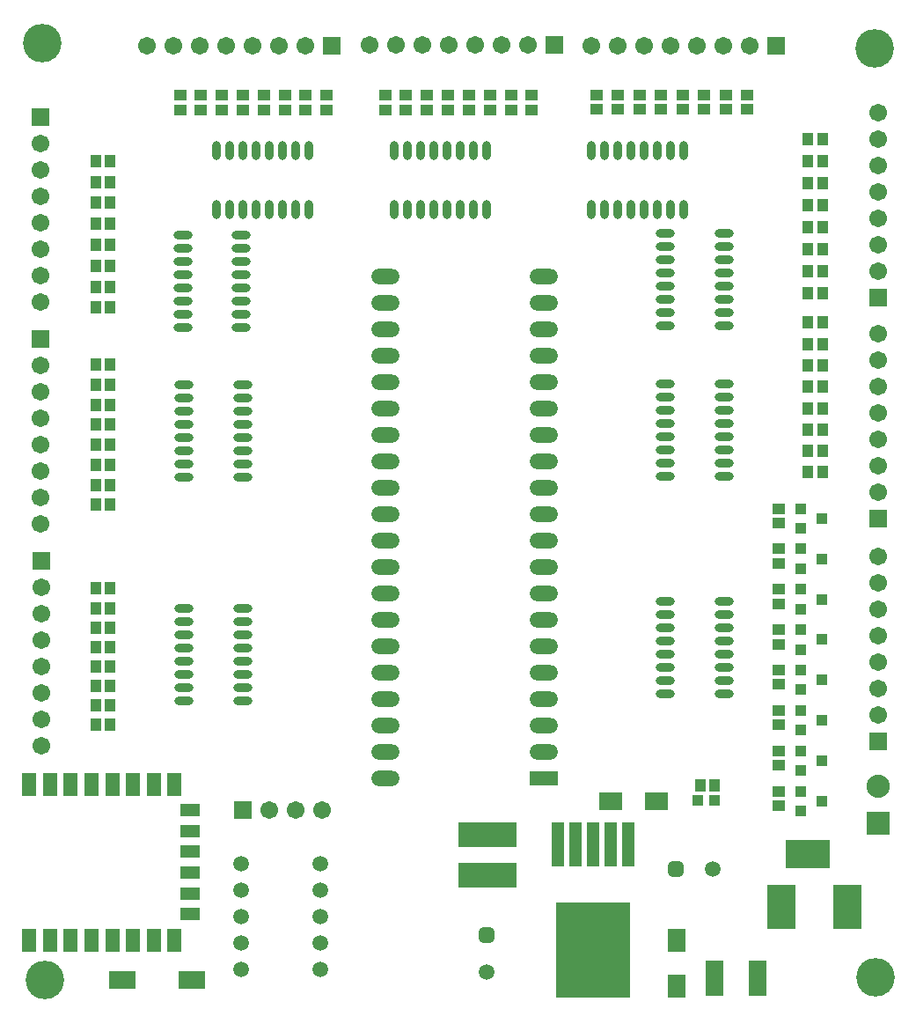
<source format=gts>
G04*
G04 #@! TF.GenerationSoftware,Altium Limited,Altium Designer,22.7.1 (60)*
G04*
G04 Layer_Color=8388736*
%FSLAX24Y24*%
%MOIN*%
G70*
G04*
G04 #@! TF.SameCoordinates,1DD6C3B8-EF33-4A04-8B88-EBD51A11C9DD*
G04*
G04*
G04 #@! TF.FilePolarity,Negative*
G04*
G01*
G75*
%ADD34O,0.0730X0.0316*%
%ADD35R,0.0552X0.0867*%
%ADD36R,0.0749X0.0513*%
%ADD37R,0.0986X0.0671*%
%ADD38R,0.0474X0.1655*%
%ADD39R,0.2836X0.3623*%
%ADD40R,0.0434X0.0395*%
%ADD41R,0.0454X0.0395*%
%ADD42R,0.0395X0.0395*%
%ADD43R,0.0395X0.0454*%
%ADD44R,0.0690X0.0907*%
%ADD45R,0.0690X0.1344*%
%ADD46R,0.0907X0.0690*%
%ADD47R,0.2245X0.0926*%
%ADD48O,0.0316X0.0730*%
%ADD49C,0.0880*%
%ADD50R,0.0880X0.0880*%
%ADD51C,0.0671*%
%ADD52R,0.0671X0.0671*%
%ADD53R,0.0671X0.0671*%
%ADD54R,0.1080X0.1680*%
%ADD55R,0.1680X0.1080*%
%ADD56C,0.1460*%
%ADD57R,0.1080X0.0580*%
%ADD58O,0.1080X0.0580*%
%ADD59C,0.0592*%
G04:AMPARAMS|DCode=60|XSize=59.2mil|YSize=59.2mil|CornerRadius=16.8mil|HoleSize=0mil|Usage=FLASHONLY|Rotation=180.000|XOffset=0mil|YOffset=0mil|HoleType=Round|Shape=RoundedRectangle|*
%AMROUNDEDRECTD60*
21,1,0.0592,0.0256,0,0,180.0*
21,1,0.0256,0.0592,0,0,180.0*
1,1,0.0336,-0.0128,0.0128*
1,1,0.0336,0.0128,0.0128*
1,1,0.0336,0.0128,-0.0128*
1,1,0.0336,-0.0128,-0.0128*
%
%ADD60ROUNDEDRECTD60*%
G04:AMPARAMS|DCode=61|XSize=59.2mil|YSize=59.2mil|CornerRadius=16.8mil|HoleSize=0mil|Usage=FLASHONLY|Rotation=90.000|XOffset=0mil|YOffset=0mil|HoleType=Round|Shape=RoundedRectangle|*
%AMROUNDEDRECTD61*
21,1,0.0592,0.0256,0,0,90.0*
21,1,0.0256,0.0592,0,0,90.0*
1,1,0.0336,0.0128,0.0128*
1,1,0.0336,0.0128,-0.0128*
1,1,0.0336,-0.0128,-0.0128*
1,1,0.0336,-0.0128,0.0128*
%
%ADD61ROUNDEDRECTD61*%
D34*
X51030Y24594D02*
D03*
Y25094D02*
D03*
Y25594D02*
D03*
Y26094D02*
D03*
Y26594D02*
D03*
Y27094D02*
D03*
Y27594D02*
D03*
Y28094D02*
D03*
X48805Y24594D02*
D03*
Y25094D02*
D03*
Y25594D02*
D03*
Y26094D02*
D03*
Y26594D02*
D03*
Y27094D02*
D03*
Y27594D02*
D03*
Y28094D02*
D03*
X30568Y27836D02*
D03*
Y27336D02*
D03*
Y26836D02*
D03*
Y26336D02*
D03*
Y25836D02*
D03*
Y25336D02*
D03*
Y24836D02*
D03*
Y24336D02*
D03*
X32792Y27836D02*
D03*
Y27336D02*
D03*
Y26836D02*
D03*
Y26336D02*
D03*
Y25836D02*
D03*
Y25336D02*
D03*
Y24836D02*
D03*
Y24336D02*
D03*
X48805Y36320D02*
D03*
Y35820D02*
D03*
Y35320D02*
D03*
Y34820D02*
D03*
Y34320D02*
D03*
Y33820D02*
D03*
Y33320D02*
D03*
Y32820D02*
D03*
X51030Y36320D02*
D03*
Y35820D02*
D03*
Y35320D02*
D03*
Y34820D02*
D03*
Y34320D02*
D03*
Y33820D02*
D03*
Y33320D02*
D03*
Y32820D02*
D03*
X30520Y41945D02*
D03*
Y41445D02*
D03*
Y40945D02*
D03*
Y40445D02*
D03*
Y39945D02*
D03*
Y39445D02*
D03*
Y38945D02*
D03*
Y38445D02*
D03*
X32745Y41945D02*
D03*
Y41445D02*
D03*
Y40945D02*
D03*
Y40445D02*
D03*
Y39945D02*
D03*
Y39445D02*
D03*
Y38945D02*
D03*
Y38445D02*
D03*
X30568Y36294D02*
D03*
Y35794D02*
D03*
Y35294D02*
D03*
Y34794D02*
D03*
Y34294D02*
D03*
Y33794D02*
D03*
Y33294D02*
D03*
Y32794D02*
D03*
X32792Y36294D02*
D03*
Y35794D02*
D03*
Y35294D02*
D03*
Y34794D02*
D03*
Y34294D02*
D03*
Y33794D02*
D03*
Y33294D02*
D03*
Y32794D02*
D03*
X48808Y42020D02*
D03*
Y41520D02*
D03*
Y41020D02*
D03*
Y40520D02*
D03*
Y40020D02*
D03*
Y39520D02*
D03*
Y39020D02*
D03*
Y38520D02*
D03*
X51032Y42020D02*
D03*
Y41520D02*
D03*
Y41020D02*
D03*
Y40520D02*
D03*
Y40020D02*
D03*
Y39520D02*
D03*
Y39020D02*
D03*
Y38520D02*
D03*
D35*
X24704Y15257D02*
D03*
X25491D02*
D03*
X26279D02*
D03*
X27066D02*
D03*
X27854D02*
D03*
X28641D02*
D03*
X29429D02*
D03*
X30216D02*
D03*
Y21163D02*
D03*
X29429D02*
D03*
X28641D02*
D03*
X27854D02*
D03*
X27066D02*
D03*
X26279D02*
D03*
X25491D02*
D03*
X24704D02*
D03*
D36*
X30806Y16242D02*
D03*
Y17029D02*
D03*
Y17816D02*
D03*
Y18604D02*
D03*
Y19391D02*
D03*
Y20178D02*
D03*
D37*
X30872Y13740D02*
D03*
X28234D02*
D03*
D38*
X47399Y18876D02*
D03*
X46730D02*
D03*
X46060D02*
D03*
X45391D02*
D03*
X44722D02*
D03*
D39*
X46060Y14884D02*
D03*
D40*
X53942Y30855D02*
D03*
Y31603D02*
D03*
X54729Y31229D02*
D03*
X53942Y29325D02*
D03*
Y30073D02*
D03*
X54729Y29699D02*
D03*
X53942Y27795D02*
D03*
Y28543D02*
D03*
X54729Y28169D02*
D03*
X53942Y26265D02*
D03*
Y27013D02*
D03*
X54729Y26639D02*
D03*
X53942Y24745D02*
D03*
Y25493D02*
D03*
X54729Y25119D02*
D03*
X53942Y23215D02*
D03*
Y23963D02*
D03*
X54729Y23589D02*
D03*
X53942Y21685D02*
D03*
Y22433D02*
D03*
X54729Y22059D02*
D03*
X53942Y20155D02*
D03*
Y20903D02*
D03*
X54729Y20529D02*
D03*
D41*
X53101Y21881D02*
D03*
Y22432D02*
D03*
Y23409D02*
D03*
Y23960D02*
D03*
Y24938D02*
D03*
Y25489D02*
D03*
Y27017D02*
D03*
Y26466D02*
D03*
Y28546D02*
D03*
Y27995D02*
D03*
Y30074D02*
D03*
Y29523D02*
D03*
Y31603D02*
D03*
Y31052D02*
D03*
X35184Y47247D02*
D03*
Y46696D02*
D03*
X35977Y47247D02*
D03*
Y46696D02*
D03*
X33597Y47247D02*
D03*
Y46696D02*
D03*
X34390Y47247D02*
D03*
Y46696D02*
D03*
X30422Y47247D02*
D03*
Y46696D02*
D03*
X32009Y47247D02*
D03*
Y46696D02*
D03*
X31216Y47247D02*
D03*
Y46696D02*
D03*
X32803Y47247D02*
D03*
Y46696D02*
D03*
X40571Y47247D02*
D03*
Y46696D02*
D03*
X42161Y47247D02*
D03*
Y46696D02*
D03*
X43751Y47247D02*
D03*
Y46696D02*
D03*
X38981Y47247D02*
D03*
Y46696D02*
D03*
X53101Y20352D02*
D03*
Y20903D02*
D03*
X47009Y46716D02*
D03*
Y47267D02*
D03*
X46193Y46716D02*
D03*
Y47267D02*
D03*
X51904Y46716D02*
D03*
Y47267D02*
D03*
X50272Y46716D02*
D03*
Y47267D02*
D03*
X49456Y46716D02*
D03*
Y47267D02*
D03*
X47825Y46716D02*
D03*
Y47267D02*
D03*
X48641Y46716D02*
D03*
Y47267D02*
D03*
X51088Y46716D02*
D03*
Y47267D02*
D03*
X38186Y46696D02*
D03*
Y47247D02*
D03*
X39776Y46696D02*
D03*
Y47247D02*
D03*
X41366Y46696D02*
D03*
Y47247D02*
D03*
X42956Y46696D02*
D03*
Y47247D02*
D03*
D42*
X50043Y20540D02*
D03*
X50673D02*
D03*
D43*
X50673Y21124D02*
D03*
X50121D02*
D03*
X27220Y44740D02*
D03*
X27771D02*
D03*
X27220Y43170D02*
D03*
X27771D02*
D03*
X27220Y43963D02*
D03*
X27771D02*
D03*
X27220Y42377D02*
D03*
X27771D02*
D03*
X27220Y40791D02*
D03*
X27771D02*
D03*
X27220Y39999D02*
D03*
X27771D02*
D03*
X27220Y41584D02*
D03*
X27771D02*
D03*
X27220Y39206D02*
D03*
X27771D02*
D03*
X54768Y38645D02*
D03*
X54217D02*
D03*
X27220Y26364D02*
D03*
X27771D02*
D03*
X27220Y25628D02*
D03*
X27771D02*
D03*
X27220Y27100D02*
D03*
X27771D02*
D03*
X27220Y24892D02*
D03*
X27771D02*
D03*
X27220Y28572D02*
D03*
X27771D02*
D03*
X27220Y23420D02*
D03*
X27771D02*
D03*
X27220Y24156D02*
D03*
X27771D02*
D03*
X27220Y36294D02*
D03*
X27771D02*
D03*
X27220Y35535D02*
D03*
X27771D02*
D03*
X27220Y37052D02*
D03*
X27771D02*
D03*
X27220Y32501D02*
D03*
X27771D02*
D03*
X27220Y33259D02*
D03*
X27771D02*
D03*
X27220Y34018D02*
D03*
X27771D02*
D03*
X27220Y31742D02*
D03*
X27771D02*
D03*
X27220Y27836D02*
D03*
X27771D02*
D03*
X27220Y34777D02*
D03*
X27771D02*
D03*
X54217Y32971D02*
D03*
X54768D02*
D03*
X54217Y33781D02*
D03*
X54768D02*
D03*
X54217Y36213D02*
D03*
X54768D02*
D03*
X54217Y37023D02*
D03*
X54768D02*
D03*
X54217Y35402D02*
D03*
X54768D02*
D03*
X54217Y34592D02*
D03*
X54768D02*
D03*
X54217Y37834D02*
D03*
X54768D02*
D03*
X54217Y43907D02*
D03*
X54768D02*
D03*
X54217Y43076D02*
D03*
X54768D02*
D03*
X54217Y39749D02*
D03*
X54768D02*
D03*
X54217Y41412D02*
D03*
X54768D02*
D03*
X54217Y40581D02*
D03*
X54768D02*
D03*
X54217Y42244D02*
D03*
X54768D02*
D03*
Y45570D02*
D03*
X54217D02*
D03*
Y44739D02*
D03*
X54768D02*
D03*
D44*
X49220Y15266D02*
D03*
Y13534D02*
D03*
D45*
X50654Y13819D02*
D03*
X52307D02*
D03*
D46*
X48462Y20529D02*
D03*
X46730D02*
D03*
D47*
X42077Y17735D02*
D03*
Y19250D02*
D03*
D48*
X46010Y42918D02*
D03*
X46510D02*
D03*
X47010D02*
D03*
X47510D02*
D03*
X48010D02*
D03*
X48510D02*
D03*
X49010D02*
D03*
X49510D02*
D03*
X46010Y45142D02*
D03*
X46510D02*
D03*
X47010D02*
D03*
X47510D02*
D03*
X48010D02*
D03*
X48510D02*
D03*
X49010D02*
D03*
X49510D02*
D03*
X38540Y42918D02*
D03*
X39040D02*
D03*
X39540D02*
D03*
X40040D02*
D03*
X40540D02*
D03*
X41040D02*
D03*
X41540D02*
D03*
X42040D02*
D03*
X38540Y45142D02*
D03*
X39040D02*
D03*
X39540D02*
D03*
X40040D02*
D03*
X40540D02*
D03*
X41040D02*
D03*
X41540D02*
D03*
X42040D02*
D03*
X35310D02*
D03*
X34810D02*
D03*
X34310D02*
D03*
X33810D02*
D03*
X33310D02*
D03*
X32810D02*
D03*
X32310D02*
D03*
X31810D02*
D03*
X35310Y42918D02*
D03*
X34810D02*
D03*
X34310D02*
D03*
X33810D02*
D03*
X33310D02*
D03*
X32810D02*
D03*
X32310D02*
D03*
X31810D02*
D03*
D49*
X56868Y21074D02*
D03*
D50*
Y19696D02*
D03*
D51*
X35810Y20180D02*
D03*
X34810D02*
D03*
X33810D02*
D03*
X25150Y31018D02*
D03*
Y32018D02*
D03*
Y34018D02*
D03*
Y36018D02*
D03*
Y37018D02*
D03*
Y35018D02*
D03*
Y33018D02*
D03*
X25170Y22628D02*
D03*
Y23628D02*
D03*
Y25628D02*
D03*
Y27628D02*
D03*
Y28628D02*
D03*
Y26628D02*
D03*
Y24628D02*
D03*
X25147Y41416D02*
D03*
Y43416D02*
D03*
Y45416D02*
D03*
Y44416D02*
D03*
Y42416D02*
D03*
Y40416D02*
D03*
Y39416D02*
D03*
X31184Y49136D02*
D03*
X33184D02*
D03*
X35184D02*
D03*
X34184D02*
D03*
X32184D02*
D03*
X30184D02*
D03*
X29184D02*
D03*
X39597Y49138D02*
D03*
X41597D02*
D03*
X43597D02*
D03*
X42597D02*
D03*
X40597D02*
D03*
X38597D02*
D03*
X37597D02*
D03*
X48009Y49136D02*
D03*
X50009D02*
D03*
X52009D02*
D03*
X51009D02*
D03*
X49009D02*
D03*
X47009D02*
D03*
X46009D02*
D03*
X56868Y27803D02*
D03*
Y25803D02*
D03*
Y23803D02*
D03*
Y24803D02*
D03*
Y26803D02*
D03*
Y28803D02*
D03*
Y29803D02*
D03*
Y36213D02*
D03*
Y34213D02*
D03*
Y32213D02*
D03*
Y33213D02*
D03*
Y35213D02*
D03*
Y37213D02*
D03*
Y38213D02*
D03*
X56862Y44581D02*
D03*
Y42581D02*
D03*
Y40581D02*
D03*
Y41581D02*
D03*
Y43581D02*
D03*
Y45581D02*
D03*
Y46581D02*
D03*
D52*
X32810Y20180D02*
D03*
X36184Y49136D02*
D03*
X44597Y49138D02*
D03*
X53009Y49136D02*
D03*
D53*
X25150Y38018D02*
D03*
X25170Y29628D02*
D03*
X25147Y46416D02*
D03*
X56868Y22803D02*
D03*
Y31213D02*
D03*
X56862Y39581D02*
D03*
D54*
X53207Y16516D02*
D03*
X55707D02*
D03*
D55*
X54207Y18516D02*
D03*
D56*
X56753Y13848D02*
D03*
X25288Y13740D02*
D03*
X56744Y49018D02*
D03*
X25193Y49215D02*
D03*
D57*
X44200Y21380D02*
D03*
D58*
Y22380D02*
D03*
Y23380D02*
D03*
Y24380D02*
D03*
Y25380D02*
D03*
Y26380D02*
D03*
Y27380D02*
D03*
Y28380D02*
D03*
Y29380D02*
D03*
Y30380D02*
D03*
Y31380D02*
D03*
Y32380D02*
D03*
Y33380D02*
D03*
Y34380D02*
D03*
Y35380D02*
D03*
Y36380D02*
D03*
Y37380D02*
D03*
Y38380D02*
D03*
Y39380D02*
D03*
Y40380D02*
D03*
X38200Y21380D02*
D03*
Y22380D02*
D03*
Y23380D02*
D03*
Y24380D02*
D03*
Y25380D02*
D03*
Y26380D02*
D03*
Y27380D02*
D03*
Y28380D02*
D03*
Y29380D02*
D03*
Y30380D02*
D03*
Y31380D02*
D03*
Y32380D02*
D03*
Y33380D02*
D03*
Y34380D02*
D03*
Y35380D02*
D03*
Y36380D02*
D03*
Y37380D02*
D03*
Y38380D02*
D03*
Y39380D02*
D03*
Y40380D02*
D03*
D59*
X32740Y16150D02*
D03*
Y17150D02*
D03*
Y18150D02*
D03*
Y15150D02*
D03*
Y14150D02*
D03*
X35740D02*
D03*
Y15150D02*
D03*
Y16150D02*
D03*
Y17150D02*
D03*
Y18150D02*
D03*
X50592Y17952D02*
D03*
X42020Y14066D02*
D03*
D60*
X49214Y17952D02*
D03*
D61*
X42020Y15444D02*
D03*
M02*

</source>
